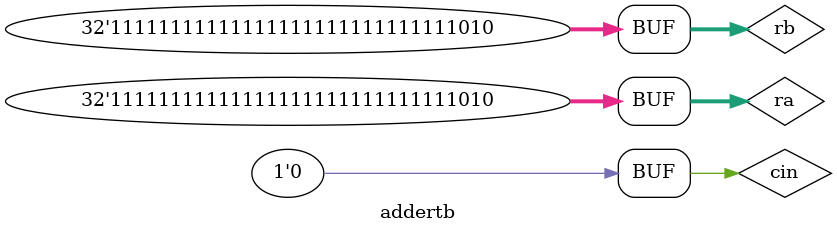
<source format=v>
`timescale 1ns/10ps

module addertb();
	reg [31:0] ra, rb;
	reg cin;
	wire [31:0] sum; 
	wire cout;
	adder adder_instance(ra, rb, cin, sum, cout);
	
	initial begin
		ra <= 12;
		rb <= 7;
		cin <=0;
		
		#200
		ra <= 15;
		rb <= -22;
		cin <=0;
		
		#200
		ra <= -12;
		rb <= 12;
		cin <=0;
		
		#200
		ra <= -6;
		rb <= -6;
		cin <= 0;
	end
endmodule
</source>
